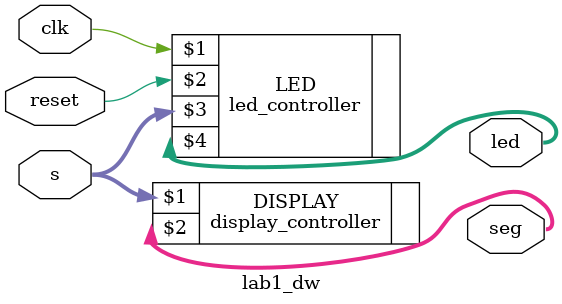
<source format=sv>

module lab1_dw(input  logic clk,
			   input  logic reset,
			   input  logic [3:0] s,
			   output logic [2:0] led,
			   output logic [6:0] seg);
			   
			   led_controller LED (clk, reset, s, led);
			   display_controller DISPLAY (s, seg);
endmodule
</source>
